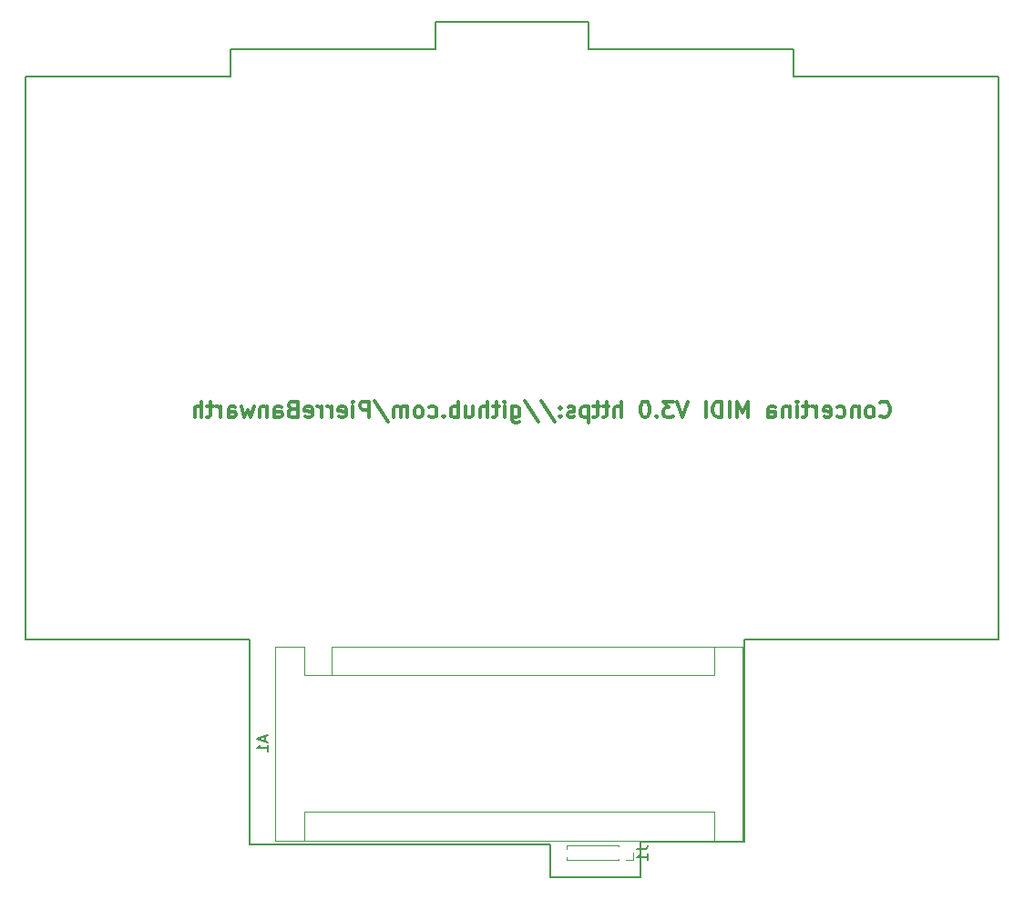
<source format=gbr>
%TF.GenerationSoftware,KiCad,Pcbnew,5.0.1-33cea8e~68~ubuntu18.04.1*%
%TF.CreationDate,2019-01-20T23:44:27+01:00*%
%TF.ProjectId,concertina-v2.1,636F6E63657274696E612D76322E312E,rev?*%
%TF.SameCoordinates,Original*%
%TF.FileFunction,Legend,Bot*%
%TF.FilePolarity,Positive*%
%FSLAX46Y46*%
G04 Gerber Fmt 4.6, Leading zero omitted, Abs format (unit mm)*
G04 Created by KiCad (PCBNEW 5.0.1-33cea8e~68~ubuntu18.04.1) date dim. 20 janv. 2019 23:44:27 CET*
%MOMM*%
%LPD*%
G01*
G04 APERTURE LIST*
%ADD10C,0.300000*%
%ADD11C,0.200000*%
%ADD12C,0.120000*%
%ADD13C,0.150000*%
G04 APERTURE END LIST*
D10*
X251646571Y-88419714D02*
X251718000Y-88491142D01*
X251932285Y-88562571D01*
X252075142Y-88562571D01*
X252289428Y-88491142D01*
X252432285Y-88348285D01*
X252503714Y-88205428D01*
X252575142Y-87919714D01*
X252575142Y-87705428D01*
X252503714Y-87419714D01*
X252432285Y-87276857D01*
X252289428Y-87134000D01*
X252075142Y-87062571D01*
X251932285Y-87062571D01*
X251718000Y-87134000D01*
X251646571Y-87205428D01*
X250789428Y-88562571D02*
X250932285Y-88491142D01*
X251003714Y-88419714D01*
X251075142Y-88276857D01*
X251075142Y-87848285D01*
X251003714Y-87705428D01*
X250932285Y-87634000D01*
X250789428Y-87562571D01*
X250575142Y-87562571D01*
X250432285Y-87634000D01*
X250360857Y-87705428D01*
X250289428Y-87848285D01*
X250289428Y-88276857D01*
X250360857Y-88419714D01*
X250432285Y-88491142D01*
X250575142Y-88562571D01*
X250789428Y-88562571D01*
X249646571Y-87562571D02*
X249646571Y-88562571D01*
X249646571Y-87705428D02*
X249575142Y-87634000D01*
X249432285Y-87562571D01*
X249218000Y-87562571D01*
X249075142Y-87634000D01*
X249003714Y-87776857D01*
X249003714Y-88562571D01*
X247646571Y-88491142D02*
X247789428Y-88562571D01*
X248075142Y-88562571D01*
X248218000Y-88491142D01*
X248289428Y-88419714D01*
X248360857Y-88276857D01*
X248360857Y-87848285D01*
X248289428Y-87705428D01*
X248218000Y-87634000D01*
X248075142Y-87562571D01*
X247789428Y-87562571D01*
X247646571Y-87634000D01*
X246432285Y-88491142D02*
X246575142Y-88562571D01*
X246860857Y-88562571D01*
X247003714Y-88491142D01*
X247075142Y-88348285D01*
X247075142Y-87776857D01*
X247003714Y-87634000D01*
X246860857Y-87562571D01*
X246575142Y-87562571D01*
X246432285Y-87634000D01*
X246360857Y-87776857D01*
X246360857Y-87919714D01*
X247075142Y-88062571D01*
X245718000Y-88562571D02*
X245718000Y-87562571D01*
X245718000Y-87848285D02*
X245646571Y-87705428D01*
X245575142Y-87634000D01*
X245432285Y-87562571D01*
X245289428Y-87562571D01*
X245003714Y-87562571D02*
X244432285Y-87562571D01*
X244789428Y-87062571D02*
X244789428Y-88348285D01*
X244718000Y-88491142D01*
X244575142Y-88562571D01*
X244432285Y-88562571D01*
X243932285Y-88562571D02*
X243932285Y-87562571D01*
X243932285Y-87062571D02*
X244003714Y-87134000D01*
X243932285Y-87205428D01*
X243860857Y-87134000D01*
X243932285Y-87062571D01*
X243932285Y-87205428D01*
X243218000Y-87562571D02*
X243218000Y-88562571D01*
X243218000Y-87705428D02*
X243146571Y-87634000D01*
X243003714Y-87562571D01*
X242789428Y-87562571D01*
X242646571Y-87634000D01*
X242575142Y-87776857D01*
X242575142Y-88562571D01*
X241218000Y-88562571D02*
X241218000Y-87776857D01*
X241289428Y-87634000D01*
X241432285Y-87562571D01*
X241718000Y-87562571D01*
X241860857Y-87634000D01*
X241218000Y-88491142D02*
X241360857Y-88562571D01*
X241718000Y-88562571D01*
X241860857Y-88491142D01*
X241932285Y-88348285D01*
X241932285Y-88205428D01*
X241860857Y-88062571D01*
X241718000Y-87991142D01*
X241360857Y-87991142D01*
X241218000Y-87919714D01*
X239360857Y-88562571D02*
X239360857Y-87062571D01*
X238860857Y-88134000D01*
X238360857Y-87062571D01*
X238360857Y-88562571D01*
X237646571Y-88562571D02*
X237646571Y-87062571D01*
X236932285Y-88562571D02*
X236932285Y-87062571D01*
X236575142Y-87062571D01*
X236360857Y-87134000D01*
X236218000Y-87276857D01*
X236146571Y-87419714D01*
X236075142Y-87705428D01*
X236075142Y-87919714D01*
X236146571Y-88205428D01*
X236218000Y-88348285D01*
X236360857Y-88491142D01*
X236575142Y-88562571D01*
X236932285Y-88562571D01*
X235432285Y-88562571D02*
X235432285Y-87062571D01*
X233789428Y-87062571D02*
X233289428Y-88562571D01*
X232789428Y-87062571D01*
X232432285Y-87062571D02*
X231503714Y-87062571D01*
X232003714Y-87634000D01*
X231789428Y-87634000D01*
X231646571Y-87705428D01*
X231575142Y-87776857D01*
X231503714Y-87919714D01*
X231503714Y-88276857D01*
X231575142Y-88419714D01*
X231646571Y-88491142D01*
X231789428Y-88562571D01*
X232218000Y-88562571D01*
X232360857Y-88491142D01*
X232432285Y-88419714D01*
X230860857Y-88419714D02*
X230789428Y-88491142D01*
X230860857Y-88562571D01*
X230932285Y-88491142D01*
X230860857Y-88419714D01*
X230860857Y-88562571D01*
X229860857Y-87062571D02*
X229718000Y-87062571D01*
X229575142Y-87134000D01*
X229503714Y-87205428D01*
X229432285Y-87348285D01*
X229360857Y-87634000D01*
X229360857Y-87991142D01*
X229432285Y-88276857D01*
X229503714Y-88419714D01*
X229575142Y-88491142D01*
X229718000Y-88562571D01*
X229860857Y-88562571D01*
X230003714Y-88491142D01*
X230075142Y-88419714D01*
X230146571Y-88276857D01*
X230218000Y-87991142D01*
X230218000Y-87634000D01*
X230146571Y-87348285D01*
X230075142Y-87205428D01*
X230003714Y-87134000D01*
X229860857Y-87062571D01*
X227575142Y-88562571D02*
X227575142Y-87062571D01*
X226932285Y-88562571D02*
X226932285Y-87776857D01*
X227003714Y-87634000D01*
X227146571Y-87562571D01*
X227360857Y-87562571D01*
X227503714Y-87634000D01*
X227575142Y-87705428D01*
X226432285Y-87562571D02*
X225860857Y-87562571D01*
X226218000Y-87062571D02*
X226218000Y-88348285D01*
X226146571Y-88491142D01*
X226003714Y-88562571D01*
X225860857Y-88562571D01*
X225575142Y-87562571D02*
X225003714Y-87562571D01*
X225360857Y-87062571D02*
X225360857Y-88348285D01*
X225289428Y-88491142D01*
X225146571Y-88562571D01*
X225003714Y-88562571D01*
X224503714Y-87562571D02*
X224503714Y-89062571D01*
X224503714Y-87634000D02*
X224360857Y-87562571D01*
X224075142Y-87562571D01*
X223932285Y-87634000D01*
X223860857Y-87705428D01*
X223789428Y-87848285D01*
X223789428Y-88276857D01*
X223860857Y-88419714D01*
X223932285Y-88491142D01*
X224075142Y-88562571D01*
X224360857Y-88562571D01*
X224503714Y-88491142D01*
X223218000Y-88491142D02*
X223075142Y-88562571D01*
X222789428Y-88562571D01*
X222646571Y-88491142D01*
X222575142Y-88348285D01*
X222575142Y-88276857D01*
X222646571Y-88134000D01*
X222789428Y-88062571D01*
X223003714Y-88062571D01*
X223146571Y-87991142D01*
X223218000Y-87848285D01*
X223218000Y-87776857D01*
X223146571Y-87634000D01*
X223003714Y-87562571D01*
X222789428Y-87562571D01*
X222646571Y-87634000D01*
X221932285Y-88419714D02*
X221860857Y-88491142D01*
X221932285Y-88562571D01*
X222003714Y-88491142D01*
X221932285Y-88419714D01*
X221932285Y-88562571D01*
X221932285Y-87634000D02*
X221860857Y-87705428D01*
X221932285Y-87776857D01*
X222003714Y-87705428D01*
X221932285Y-87634000D01*
X221932285Y-87776857D01*
X220146571Y-86991142D02*
X221432285Y-88919714D01*
X218575142Y-86991142D02*
X219860857Y-88919714D01*
X217432285Y-87562571D02*
X217432285Y-88776857D01*
X217503714Y-88919714D01*
X217575142Y-88991142D01*
X217718000Y-89062571D01*
X217932285Y-89062571D01*
X218075142Y-88991142D01*
X217432285Y-88491142D02*
X217575142Y-88562571D01*
X217860857Y-88562571D01*
X218003714Y-88491142D01*
X218075142Y-88419714D01*
X218146571Y-88276857D01*
X218146571Y-87848285D01*
X218075142Y-87705428D01*
X218003714Y-87634000D01*
X217860857Y-87562571D01*
X217575142Y-87562571D01*
X217432285Y-87634000D01*
X216718000Y-88562571D02*
X216718000Y-87562571D01*
X216718000Y-87062571D02*
X216789428Y-87134000D01*
X216718000Y-87205428D01*
X216646571Y-87134000D01*
X216718000Y-87062571D01*
X216718000Y-87205428D01*
X216218000Y-87562571D02*
X215646571Y-87562571D01*
X216003714Y-87062571D02*
X216003714Y-88348285D01*
X215932285Y-88491142D01*
X215789428Y-88562571D01*
X215646571Y-88562571D01*
X215146571Y-88562571D02*
X215146571Y-87062571D01*
X214503714Y-88562571D02*
X214503714Y-87776857D01*
X214575142Y-87634000D01*
X214718000Y-87562571D01*
X214932285Y-87562571D01*
X215075142Y-87634000D01*
X215146571Y-87705428D01*
X213146571Y-87562571D02*
X213146571Y-88562571D01*
X213789428Y-87562571D02*
X213789428Y-88348285D01*
X213718000Y-88491142D01*
X213575142Y-88562571D01*
X213360857Y-88562571D01*
X213218000Y-88491142D01*
X213146571Y-88419714D01*
X212432285Y-88562571D02*
X212432285Y-87062571D01*
X212432285Y-87634000D02*
X212289428Y-87562571D01*
X212003714Y-87562571D01*
X211860857Y-87634000D01*
X211789428Y-87705428D01*
X211718000Y-87848285D01*
X211718000Y-88276857D01*
X211789428Y-88419714D01*
X211860857Y-88491142D01*
X212003714Y-88562571D01*
X212289428Y-88562571D01*
X212432285Y-88491142D01*
X211075142Y-88419714D02*
X211003714Y-88491142D01*
X211075142Y-88562571D01*
X211146571Y-88491142D01*
X211075142Y-88419714D01*
X211075142Y-88562571D01*
X209718000Y-88491142D02*
X209860857Y-88562571D01*
X210146571Y-88562571D01*
X210289428Y-88491142D01*
X210360857Y-88419714D01*
X210432285Y-88276857D01*
X210432285Y-87848285D01*
X210360857Y-87705428D01*
X210289428Y-87634000D01*
X210146571Y-87562571D01*
X209860857Y-87562571D01*
X209718000Y-87634000D01*
X208860857Y-88562571D02*
X209003714Y-88491142D01*
X209075142Y-88419714D01*
X209146571Y-88276857D01*
X209146571Y-87848285D01*
X209075142Y-87705428D01*
X209003714Y-87634000D01*
X208860857Y-87562571D01*
X208646571Y-87562571D01*
X208503714Y-87634000D01*
X208432285Y-87705428D01*
X208360857Y-87848285D01*
X208360857Y-88276857D01*
X208432285Y-88419714D01*
X208503714Y-88491142D01*
X208646571Y-88562571D01*
X208860857Y-88562571D01*
X207718000Y-88562571D02*
X207718000Y-87562571D01*
X207718000Y-87705428D02*
X207646571Y-87634000D01*
X207503714Y-87562571D01*
X207289428Y-87562571D01*
X207146571Y-87634000D01*
X207075142Y-87776857D01*
X207075142Y-88562571D01*
X207075142Y-87776857D02*
X207003714Y-87634000D01*
X206860857Y-87562571D01*
X206646571Y-87562571D01*
X206503714Y-87634000D01*
X206432285Y-87776857D01*
X206432285Y-88562571D01*
X204646571Y-86991142D02*
X205932285Y-88919714D01*
X204146571Y-88562571D02*
X204146571Y-87062571D01*
X203575142Y-87062571D01*
X203432285Y-87134000D01*
X203360857Y-87205428D01*
X203289428Y-87348285D01*
X203289428Y-87562571D01*
X203360857Y-87705428D01*
X203432285Y-87776857D01*
X203575142Y-87848285D01*
X204146571Y-87848285D01*
X202646571Y-88562571D02*
X202646571Y-87562571D01*
X202646571Y-87062571D02*
X202718000Y-87134000D01*
X202646571Y-87205428D01*
X202575142Y-87134000D01*
X202646571Y-87062571D01*
X202646571Y-87205428D01*
X201360857Y-88491142D02*
X201503714Y-88562571D01*
X201789428Y-88562571D01*
X201932285Y-88491142D01*
X202003714Y-88348285D01*
X202003714Y-87776857D01*
X201932285Y-87634000D01*
X201789428Y-87562571D01*
X201503714Y-87562571D01*
X201360857Y-87634000D01*
X201289428Y-87776857D01*
X201289428Y-87919714D01*
X202003714Y-88062571D01*
X200646571Y-88562571D02*
X200646571Y-87562571D01*
X200646571Y-87848285D02*
X200575142Y-87705428D01*
X200503714Y-87634000D01*
X200360857Y-87562571D01*
X200218000Y-87562571D01*
X199718000Y-88562571D02*
X199718000Y-87562571D01*
X199718000Y-87848285D02*
X199646571Y-87705428D01*
X199575142Y-87634000D01*
X199432285Y-87562571D01*
X199289428Y-87562571D01*
X198218000Y-88491142D02*
X198360857Y-88562571D01*
X198646571Y-88562571D01*
X198789428Y-88491142D01*
X198860857Y-88348285D01*
X198860857Y-87776857D01*
X198789428Y-87634000D01*
X198646571Y-87562571D01*
X198360857Y-87562571D01*
X198218000Y-87634000D01*
X198146571Y-87776857D01*
X198146571Y-87919714D01*
X198860857Y-88062571D01*
X197003714Y-87776857D02*
X196789428Y-87848285D01*
X196718000Y-87919714D01*
X196646571Y-88062571D01*
X196646571Y-88276857D01*
X196718000Y-88419714D01*
X196789428Y-88491142D01*
X196932285Y-88562571D01*
X197503714Y-88562571D01*
X197503714Y-87062571D01*
X197003714Y-87062571D01*
X196860857Y-87134000D01*
X196789428Y-87205428D01*
X196718000Y-87348285D01*
X196718000Y-87491142D01*
X196789428Y-87634000D01*
X196860857Y-87705428D01*
X197003714Y-87776857D01*
X197503714Y-87776857D01*
X195360857Y-88562571D02*
X195360857Y-87776857D01*
X195432285Y-87634000D01*
X195575142Y-87562571D01*
X195860857Y-87562571D01*
X196003714Y-87634000D01*
X195360857Y-88491142D02*
X195503714Y-88562571D01*
X195860857Y-88562571D01*
X196003714Y-88491142D01*
X196075142Y-88348285D01*
X196075142Y-88205428D01*
X196003714Y-88062571D01*
X195860857Y-87991142D01*
X195503714Y-87991142D01*
X195360857Y-87919714D01*
X194646571Y-87562571D02*
X194646571Y-88562571D01*
X194646571Y-87705428D02*
X194575142Y-87634000D01*
X194432285Y-87562571D01*
X194218000Y-87562571D01*
X194075142Y-87634000D01*
X194003714Y-87776857D01*
X194003714Y-88562571D01*
X193432285Y-87562571D02*
X193146571Y-88562571D01*
X192860857Y-87848285D01*
X192575142Y-88562571D01*
X192289428Y-87562571D01*
X191075142Y-88562571D02*
X191075142Y-87776857D01*
X191146571Y-87634000D01*
X191289428Y-87562571D01*
X191575142Y-87562571D01*
X191718000Y-87634000D01*
X191075142Y-88491142D02*
X191218000Y-88562571D01*
X191575142Y-88562571D01*
X191718000Y-88491142D01*
X191789428Y-88348285D01*
X191789428Y-88205428D01*
X191718000Y-88062571D01*
X191575142Y-87991142D01*
X191218000Y-87991142D01*
X191075142Y-87919714D01*
X190360857Y-88562571D02*
X190360857Y-87562571D01*
X190360857Y-87848285D02*
X190289428Y-87705428D01*
X190218000Y-87634000D01*
X190075142Y-87562571D01*
X189932285Y-87562571D01*
X189646571Y-87562571D02*
X189075142Y-87562571D01*
X189432285Y-87062571D02*
X189432285Y-88348285D01*
X189360857Y-88491142D01*
X189218000Y-88562571D01*
X189075142Y-88562571D01*
X188575142Y-88562571D02*
X188575142Y-87062571D01*
X187932285Y-88562571D02*
X187932285Y-87776857D01*
X188003714Y-87634000D01*
X188146571Y-87562571D01*
X188360857Y-87562571D01*
X188503714Y-87634000D01*
X188575142Y-87705428D01*
D11*
X172212000Y-109220000D02*
X172212000Y-56896000D01*
X193040000Y-109220000D02*
X172212000Y-109220000D01*
X193040000Y-128270000D02*
X193040000Y-109220000D01*
X220980000Y-128270000D02*
X193040000Y-128270000D01*
X220980000Y-131318000D02*
X220980000Y-128270000D01*
X229362000Y-131318000D02*
X220980000Y-131318000D01*
X229362000Y-128016000D02*
X229362000Y-131318000D01*
X239014000Y-128016000D02*
X229362000Y-128016000D01*
X239014000Y-109220000D02*
X239014000Y-128016000D01*
X262636000Y-109220000D02*
X239014000Y-109220000D01*
X262636000Y-56896000D02*
X262636000Y-109220000D01*
X243586000Y-56896000D02*
X262636000Y-56896000D01*
X243586000Y-54356000D02*
X243586000Y-56896000D01*
X224536000Y-54356000D02*
X243586000Y-54356000D01*
X224536000Y-51816000D02*
X224536000Y-54356000D01*
X210312000Y-51816000D02*
X224536000Y-51816000D01*
X210312000Y-54356000D02*
X210312000Y-51816000D01*
X191262000Y-54356000D02*
X210312000Y-54356000D01*
X191262000Y-56896000D02*
X191262000Y-54356000D01*
X172212000Y-56896000D02*
X191262000Y-56896000D01*
D12*
X200660000Y-112522000D02*
X198120000Y-112522000D01*
X198120000Y-112522000D02*
X198120000Y-109852000D01*
X200660000Y-109852000D02*
X238890000Y-109852000D01*
X195450000Y-109852000D02*
X198120000Y-109852000D01*
X198120000Y-125222000D02*
X198120000Y-127892000D01*
X198120000Y-125222000D02*
X236220000Y-125222000D01*
X236220000Y-125222000D02*
X236220000Y-127892000D01*
X200660000Y-112522000D02*
X200660000Y-109852000D01*
X200660000Y-112522000D02*
X236220000Y-112522000D01*
X236220000Y-112522000D02*
X236220000Y-109852000D01*
X238890000Y-109852000D02*
X238890000Y-127892000D01*
X238890000Y-127892000D02*
X195450000Y-127892000D01*
X195450000Y-127892000D02*
X195450000Y-109852000D01*
X222468000Y-129727000D02*
X222468000Y-129426493D01*
X222468000Y-128637507D02*
X222468000Y-128337000D01*
X227343000Y-129727000D02*
X222468000Y-129727000D01*
X227343000Y-128337000D02*
X222468000Y-128337000D01*
X227343000Y-129727000D02*
X227343000Y-129640276D01*
X227343000Y-128423724D02*
X227343000Y-128337000D01*
X228028000Y-129727000D02*
X228713000Y-129727000D01*
X228713000Y-129727000D02*
X228713000Y-129032000D01*
D13*
X194476666Y-118157714D02*
X194476666Y-118633904D01*
X194762380Y-118062476D02*
X193762380Y-118395809D01*
X194762380Y-118729142D01*
X194762380Y-119586285D02*
X194762380Y-119014857D01*
X194762380Y-119300571D02*
X193762380Y-119300571D01*
X193905238Y-119205333D01*
X194000476Y-119110095D01*
X194048095Y-119014857D01*
X229040380Y-128698666D02*
X229754666Y-128698666D01*
X229897523Y-128651047D01*
X229992761Y-128555809D01*
X230040380Y-128412952D01*
X230040380Y-128317714D01*
X230040380Y-129698666D02*
X230040380Y-129127238D01*
X230040380Y-129412952D02*
X229040380Y-129412952D01*
X229183238Y-129317714D01*
X229278476Y-129222476D01*
X229326095Y-129127238D01*
M02*

</source>
